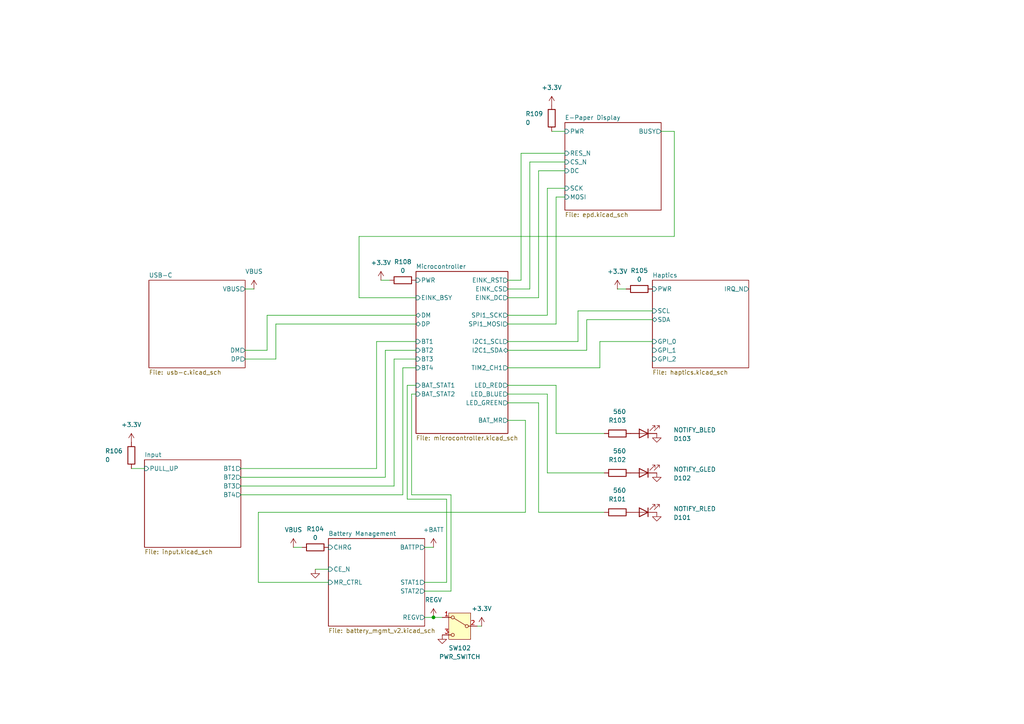
<source format=kicad_sch>
(kicad_sch (version 20231120) (generator "eeschema") (generator_version "8.0")
  (paper "A4")
  (title_block (title "Raven Prototype") (date "2025-02-03") (rev "4") (company "Mosaic Labs") (comment 1 "Lucas Merritt"))
  (lib_symbols
    (symbol "Device:LED" (pin_numbers hide) (pin_names (offset 1.016) hide)
      (property "Reference" "D" (at 0 2.54 0))
      (property "Value" "LED" (at 0 -2.54 0))
      (symbol "LED_0_1"
        (polyline (pts (xy -1.27 -1.27) (xy -1.27 1.27)) (stroke (width 0.254)))
        (polyline (pts (xy -1.27 0) (xy 1.27 0)))
        (polyline (pts (xy 1.27 -1.27) (xy 1.27 1.27) (xy -1.27 0) (xy 1.27 -1.27)) (stroke (width 0.254)))
        (polyline (pts (xy -3.048 -0.762) (xy -4.572 -2.286) (xy -3.81 -2.286) (xy -4.572 -2.286) (xy -4.572 -1.524)))
        (polyline (pts (xy -1.778 -0.762) (xy -3.302 -2.286) (xy -2.54 -2.286) (xy -3.302 -2.286) (xy -3.302 -1.524)))
      )
      (symbol "LED_1_1"
        (pin passive line (at -3.81 0 0) (length 2.54) (name "K") (number "1"))
        (pin passive line (at 3.81 0 180) (length 2.54) (name "A") (number "2"))
      )
    )
    (symbol "Device:R" (pin_numbers hide) (pin_names (offset 0))
      (property "Reference" "R" (at 2.032 0 90))
      (property "Value" "R" (at 0 0 90))
      (symbol "R_0_1"
        (rectangle (start -1.016 -2.54) (end 1.016 2.54) (stroke (width 0.254)))
      )
      (symbol "R_1_1"
        (pin passive line (at 0 3.81 270) (length 1.27) (name "~") (number "1"))
        (pin passive line (at 0 -3.81 90) (length 1.27) (name "~") (number "2"))
      )
    )
    (symbol "Raven:REGV" (power) (pin_numbers hide) (pin_names (offset 0) hide)
      (property "Value" "REGV" (at 0 3.556 0))
      (symbol "REGV_0_0"
        (pin power_in line (at 0 0 90) (length 0) (name "~") (number "1"))
      )
      (symbol "REGV_0_1"
        (polyline (pts (xy -0.762 1.27) (xy 0 2.54)))
        (polyline (pts (xy 0 0) (xy 0 2.54)))
        (polyline (pts (xy 0 2.54) (xy 0.762 1.27)))
      )
    )
    (symbol "Switch:SW_SPDT" (pin_names (offset 0) hide)
      (property "Reference" "SW" (at 0 5.08 0))
      (property "Value" "SW_SPDT" (at 0 -5.08 0))
      (symbol "SW_SPDT_0_1"
        (circle (center -2.032 0) (radius 0.4572))
        (polyline (pts (xy -1.651 0.254) (xy 1.651 2.286)))
        (circle (center 2.032 -2.54) (radius 0.4572))
        (circle (center 2.032 2.54) (radius 0.4572))
      )
      (symbol "SW_SPDT_1_1"
        (rectangle (start -3.175 3.81) (end 3.175 -3.81) (fill (type background)))
        (pin passive line (at 5.08 2.54 180) (length 2.54) (name "A") (number "1"))
        (pin passive line (at -5.08 0 0) (length 2.54) (name "B") (number "2"))
        (pin passive line (at 5.08 -2.54 180) (length 2.54) (name "C") (number "3"))
      )
    )
    (symbol "power:+3.3V" (power) (pin_numbers hide) (pin_names (offset 0) hide)
      (property "Value" "+3.3V" (at 0 3.556 0))
      (symbol "+3.3V_0_1"
        (polyline (pts (xy -0.762 1.27) (xy 0 2.54)))
        (polyline (pts (xy 0 0) (xy 0 2.54)))
        (polyline (pts (xy 0 2.54) (xy 0.762 1.27)))
      )
      (symbol "+3.3V_1_1"
        (pin power_in line (at 0 0 90) (length 0) (name "~") (number "1"))
      )
    )
    (symbol "power:+BATT" (power) (pin_numbers hide) (pin_names (offset 0) hide)
      (property "Value" "+BATT" (at 0 3.556 0))
      (symbol "+BATT_0_1"
        (polyline (pts (xy -0.762 1.27) (xy 0 2.54)))
        (polyline (pts (xy 0 0) (xy 0 2.54)))
        (polyline (pts (xy 0 2.54) (xy 0.762 1.27)))
      )
      (symbol "+BATT_1_1"
        (pin power_in line (at 0 0 90) (length 0) (name "~") (number "1"))
      )
    )
    (symbol "power:GND" (power) (pin_numbers hide) (pin_names (offset 0) hide)
      (property "Value" "GND" (at 0 -3.81 0))
      (symbol "GND_0_1"
        (polyline (pts (xy 0 0) (xy 0 -1.27) (xy 1.27 -1.27) (xy 0 -2.54) (xy -1.27 -1.27) (xy 0 -1.27)))
      )
      (symbol "GND_1_1"
        (pin power_in line (at 0 0 270) (length 0) (name "~") (number "1"))
      )
    )
    (symbol "power:VBUS" (power) (pin_numbers hide) (pin_names (offset 0) hide)
      (property "Value" "VBUS" (at 0 3.556 0))
      (symbol "VBUS_0_1"
        (polyline (pts (xy -0.762 1.27) (xy 0 2.54)))
        (polyline (pts (xy 0 0) (xy 0 2.54)))
        (polyline (pts (xy 0 2.54) (xy 0.762 1.27)))
      )
      (symbol "VBUS_1_1"
        (pin power_in line (at 0 0 90) (length 0) (name "~") (number "1"))
      )
    )
  )
  (junction (at 125.73 179.07))
  (wire (pts (xy 195.58 38.1) (xy 191.77 38.1)))
  (wire (pts (xy 95.25 168.91) (xy 74.93 168.91)))
  (wire (pts (xy 151.13 44.45) (xy 163.83 44.45)))
  (wire (pts (xy 156.21 116.84) (xy 156.21 148.59)))
  (wire (pts (xy 179.07 83.82) (xy 181.61 83.82)))
  (wire (pts (xy 80.01 93.98) (xy 80.01 104.14)))
  (wire (pts (xy 160.02 38.1) (xy 163.83 38.1)))
  (wire (pts (xy 74.93 168.91) (xy 74.93 148.59)))
  (wire (pts (xy 104.14 86.36) (xy 104.14 68.58)))
  (wire (pts (xy 71.12 101.6) (xy 77.47 101.6)))
  (wire (pts (xy 152.4 121.92) (xy 147.32 121.92)))
  (wire (pts (xy 120.65 86.36) (xy 104.14 86.36)))
  (wire (pts (xy 69.85 138.43) (xy 111.76 138.43)))
  (wire (pts (xy 104.14 68.58) (xy 195.58 68.58)))
  (wire (pts (xy 123.19 179.07) (xy 125.73 179.07)))
  (wire (pts (xy 167.64 90.17) (xy 189.23 90.17)))
  (wire (pts (xy 109.22 99.06) (xy 109.22 135.89)))
  (wire (pts (xy 71.12 104.14) (xy 80.01 104.14)))
  (wire (pts (xy 77.47 91.44) (xy 120.65 91.44)))
  (wire (pts (xy 163.83 57.15) (xy 161.29 57.15)))
  (wire (pts (xy 77.47 101.6) (xy 77.47 91.44)))
  (wire (pts (xy 163.83 46.99) (xy 153.67 46.99)))
  (wire (pts (xy 158.75 54.61) (xy 158.75 91.44)))
  (wire (pts (xy 167.64 99.06) (xy 167.64 90.17)))
  (wire (pts (xy 69.85 135.89) (xy 109.22 135.89)))
  (wire (pts (xy 119.38 114.3) (xy 120.65 114.3)))
  (wire (pts (xy 110.49 81.28) (xy 113.03 81.28)))
  (wire (pts (xy 161.29 111.76) (xy 161.29 125.73)))
  (wire (pts (xy 129.54 168.91) (xy 123.19 168.91)))
  (wire (pts (xy 147.32 116.84) (xy 156.21 116.84)))
  (wire (pts (xy 195.58 68.58) (xy 195.58 38.1)))
  (wire (pts (xy 170.18 101.6) (xy 147.32 101.6)))
  (wire (pts (xy 114.3 140.97) (xy 114.3 104.14)))
  (wire (pts (xy 73.66 83.82) (xy 71.12 83.82)))
  (wire (pts (xy 156.21 49.53) (xy 156.21 86.36)))
  (wire (pts (xy 161.29 93.98) (xy 147.32 93.98)))
  (wire (pts (xy 118.11 144.78) (xy 129.54 144.78)))
  (wire (pts (xy 123.19 171.45) (xy 130.81 171.45)))
  (wire (pts (xy 156.21 86.36) (xy 147.32 86.36)))
  (wire (pts (xy 151.13 81.28) (xy 151.13 44.45)))
  (wire (pts (xy 161.29 57.15) (xy 161.29 93.98)))
  (wire (pts (xy 189.23 92.71) (xy 170.18 92.71)))
  (wire (pts (xy 161.29 125.73) (xy 175.26 125.73)))
  (wire (pts (xy 147.32 111.76) (xy 161.29 111.76)))
  (wire (pts (xy 116.84 143.51) (xy 116.84 106.68)))
  (wire (pts (xy 130.81 171.45) (xy 130.81 143.51)))
  (wire (pts (xy 152.4 148.59) (xy 152.4 121.92)))
  (wire (pts (xy 120.65 93.98) (xy 80.01 93.98)))
  (wire (pts (xy 74.93 148.59) (xy 152.4 148.59)))
  (wire (pts (xy 170.18 92.71) (xy 170.18 101.6)))
  (wire (pts (xy 153.67 83.82) (xy 147.32 83.82)))
  (wire (pts (xy 173.99 106.68) (xy 173.99 99.06)))
  (wire (pts (xy 163.83 49.53) (xy 156.21 49.53)))
  (wire (pts (xy 120.65 111.76) (xy 118.11 111.76)))
  (wire (pts (xy 147.32 81.28) (xy 151.13 81.28)))
  (wire (pts (xy 130.81 143.51) (xy 119.38 143.51)))
  (wire (pts (xy 147.32 114.3) (xy 158.75 114.3)))
  (wire (pts (xy 147.32 106.68) (xy 173.99 106.68)))
  (wire (pts (xy 163.83 54.61) (xy 158.75 54.61)))
  (wire (pts (xy 128.27 179.07) (xy 125.73 179.07)))
  (wire (pts (xy 119.38 143.51) (xy 119.38 114.3)))
  (wire (pts (xy 118.11 111.76) (xy 118.11 144.78)))
  (wire (pts (xy 69.85 140.97) (xy 114.3 140.97)))
  (wire (pts (xy 158.75 91.44) (xy 147.32 91.44)))
  (wire (pts (xy 85.09 158.75) (xy 87.63 158.75)))
  (wire (pts (xy 158.75 114.3) (xy 158.75 137.16)))
  (wire (pts (xy 158.75 137.16) (xy 175.26 137.16)))
  (wire (pts (xy 120.65 99.06) (xy 109.22 99.06)))
  (wire (pts (xy 69.85 143.51) (xy 116.84 143.51)))
  (wire (pts (xy 173.99 99.06) (xy 189.23 99.06)))
  (wire (pts (xy 114.3 104.14) (xy 120.65 104.14)))
  (wire (pts (xy 116.84 106.68) (xy 120.65 106.68)))
  (wire (pts (xy 153.67 46.99) (xy 153.67 83.82)))
  (wire (pts (xy 147.32 99.06) (xy 167.64 99.06)))
  (wire (pts (xy 156.21 148.59) (xy 175.26 148.59)))
  (wire (pts (xy 91.44 165.1) (xy 95.25 165.1)))
  (wire (pts (xy 111.76 101.6) (xy 120.65 101.6)))
  (wire (pts (xy 123.19 158.75) (xy 125.73 158.75)))
  (wire (pts (xy 129.54 144.78) (xy 129.54 168.91)))
  (wire (pts (xy 38.1 135.89) (xy 41.91 135.89)))
  (wire (pts (xy 111.76 138.43) (xy 111.76 101.6)))
  (wire (pts (xy 138.43 181.61) (xy 139.7 181.61)))
  (symbol (lib_id "Device:R") (at 179.07 125.73 90) (unit 1)
    (property "Reference" "R103" (at 181.61 121.9201 90) (effects (justify left)))
    (property "Value" "560" (at 181.61 119.3801 90) (effects (justify left)))
    (property "Footprint" "Resistor_SMD:R_0603_1608Metric_Pad0.98x0.95mm_HandSolder" (effects (hide yes)))
    (property "Description" "Resistor" (effects (hide yes)))
    (property "JLC" "XXXXXX" (effects (hide yes)))
    (property "LCSC" "XXXXXX" (effects (hide yes)))
  )
  (symbol (lib_id "power:+BATT") (at 125.73 158.75 0) (unit 1)
    (property "Reference" "#PWR0121" (effects (hide yes)))
    (property "Value" "+BATT" (at 125.73 153.67 0))
    (property "Description" "Power symbol creates a global label with name \"+BATT\"" (effects (hide yes)))
  )
  (symbol (lib_id "power:+3.3V") (at 38.1 128.27 0) (unit 1)
    (property "Reference" "#PWR0115" (effects (hide yes)))
    (property "Value" "+3.3V" (at 38.1 123.19 0))
    (property "Description" "Power symbol creates a global label with name \"+3.3V\"" (effects (hide yes)))
  )
  (symbol (lib_id "Device:R") (at 116.84 81.28 90) (unit 1)
    (property "Reference" "R108" (at 116.84 75.946 90))
    (property "Value" "0" (at 116.84 78.486 90))
    (property "Description" "Resistor" (effects (hide yes)))
  )
  (symbol (lib_id "Device:R") (at 185.42 83.82 90) (unit 1)
    (property "Reference" "R105" (at 185.42 78.486 90))
    (property "Value" "0" (at 185.42 81.026 90))
    (property "Description" "Resistor" (effects (hide yes)))
  )
  (symbol (lib_id "Device:R") (at 160.02 34.29 180) (unit 1)
    (property "Reference" "R109" (at 152.4 33.02 0) (effects (justify right)))
    (property "Value" "0" (at 152.4 35.56 0) (effects (justify right)))
    (property "Description" "Resistor" (effects (hide yes)))
  )
  (symbol (lib_id "Device:LED") (at 186.69 125.73 180) (unit 1)
    (property "Reference" "D103" (at 195.326 127.254 0) (effects (justify right)))
    (property "Value" "NOTIFY_BLED" (at 195.326 124.714 0) (effects (justify right)))
    (property "Footprint" "Diode_SMD:D_0603_1608Metric_Pad1.05x0.95mm_HandSolder" (effects (hide yes)))
    (property "Description" "Light emitting diode" (effects (hide yes)))
    (property "JLC" "XXXXXX" (effects (hide yes)))
    (property "LCSC" "XXXXXX" (effects (hide yes)))
  )
  (symbol (lib_id "power:GND") (at 190.5 148.59 0) (unit 1)
    (property "Reference" "#PWR0101" (effects (hide yes)))
    (property "Value" "GND" (effects (hide yes)))
    (property "Description" "Power symbol creates a global label with name \"GND\" , ground" (effects (hide yes)))
  )
  (symbol (lib_id "power:GND") (at 190.5 137.16 0) (unit 1)
    (property "Reference" "#PWR0103" (effects (hide yes)))
    (property "Value" "GND" (effects (hide yes)))
    (property "Description" "Power symbol creates a global label with name \"GND\" , ground" (effects (hide yes)))
  )
  (symbol (lib_id "Device:R") (at 91.44 158.75 90) (unit 1)
    (property "Reference" "R104" (at 91.44 153.416 90))
    (property "Value" "0" (at 91.44 155.956 90))
    (property "Footprint" "Raven:JS102000SAQN" (effects (hide yes)))
    (property "Description" "Resistor" (effects (hide yes)))
  )
  (symbol (lib_id "Device:R") (at 179.07 137.16 90) (unit 1)
    (property "Reference" "R102" (at 181.61 133.3501 90) (effects (justify left)))
    (property "Value" "560" (at 181.61 130.8101 90) (effects (justify left)))
    (property "Footprint" "Resistor_SMD:R_0603_1608Metric_Pad0.98x0.95mm_HandSolder" (effects (hide yes)))
    (property "Description" "Resistor" (effects (hide yes)))
    (property "JLC" "XXXXXX" (effects (hide yes)))
    (property "LCSC" "XXXXXX" (effects (hide yes)))
  )
  (symbol (lib_id "Device:LED") (at 186.69 137.16 180) (unit 1)
    (property "Reference" "D102" (at 195.326 138.684 0) (effects (justify right)))
    (property "Value" "NOTIFY_GLED" (at 195.326 136.144 0) (effects (justify right)))
    (property "Footprint" "Diode_SMD:D_0603_1608Metric_Pad1.05x0.95mm_HandSolder" (effects (hide yes)))
    (property "Description" "Light emitting diode" (effects (hide yes)))
    (property "JLC" "XXXXXX" (effects (hide yes)))
    (property "LCSC" "XXXXXX" (effects (hide yes)))
  )
  (symbol (lib_id "power:VBUS") (at 85.09 158.75 0) (unit 1)
    (property "Reference" "#PWR0118" (effects (hide yes)))
    (property "Value" "VBUS" (at 85.09 153.67 0))
    (property "Description" "Power symbol creates a global label with name \"VBUS\"" (effects (hide yes)))
  )
  (symbol (lib_id "Switch:SW_SPDT") (at 133.35 181.61 0) (mirror y) (unit 1)
    (property "Reference" "SW102" (at 133.35 187.96 0))
    (property "Value" "PWR_SWITCH" (at 133.35 190.5 0))
    (property "Footprint" "Raven:JS102000SAQN" (effects (hide yes)))
    (property "Description" "Switch, single pole double throw" (effects (hide yes)))
  )
  (symbol (lib_id "Raven:REGV") (at 125.73 179.07 0) (unit 1)
    (property "Reference" "#PWR0122" (effects (hide yes)))
    (property "Value" "REGV" (at 125.73 173.99 0))
    (property "Description" "Power symbol creates a global label with name \"REGV\"(Regulated Voltage)" (effects (hide yes)))
  )
  (symbol (lib_id "power:+3.3V") (at 110.49 81.28 0) (unit 1)
    (property "Reference" "#PWR0102" (effects (hide yes)))
    (property "Value" "+3.3V" (at 110.49 76.2 0))
    (property "Description" "Power symbol creates a global label with name \"+3.3V\"" (effects (hide yes)))
  )
  (symbol (lib_id "power:VBUS") (at 73.66 83.82 0) (unit 1)
    (property "Reference" "#PWR0114" (effects (hide yes)))
    (property "Value" "VBUS" (at 73.66 78.74 0))
    (property "Description" "Power symbol creates a global label with name \"VBUS\"" (effects (hide yes)))
  )
  (symbol (lib_id "power:GND") (at 91.44 165.1 0) (unit 1)
    (property "Reference" "#PWR0105" (effects (hide yes)))
    (property "Value" "GND" (effects (hide yes)))
    (property "Description" "Power symbol creates a global label with name \"GND\" , ground" (effects (hide yes)))
  )
  (symbol (lib_id "power:+3.3V") (at 139.7 181.61 0) (unit 1)
    (property "Reference" "#PWR0123" (effects (hide yes)))
    (property "Value" "+3.3V" (at 139.7 176.53 0))
    (property "Description" "Power symbol creates a global label with name \"+3.3V\"" (effects (hide yes)))
  )
  (symbol (lib_id "power:GND") (at 128.27 184.15 0) (unit 1)
    (property "Reference" "#PWR0106" (effects (hide yes)))
    (property "Value" "GND" (effects (hide yes)))
    (property "Description" "Power symbol creates a global label with name \"GND\" , ground" (effects (hide yes)))
  )
  (symbol (lib_id "Device:R") (at 38.1 132.08 180) (unit 1)
    (property "Reference" "R106" (at 30.48 130.81 0) (effects (justify right)))
    (property "Value" "0" (at 30.48 133.35 0) (effects (justify right)))
    (property "Description" "Resistor" (effects (hide yes)))
  )
  (symbol (lib_id "Device:R") (at 179.07 148.59 90) (unit 1)
    (property "Reference" "R101" (at 181.61 144.7801 90) (effects (justify left)))
    (property "Value" "560" (at 181.61 142.2401 90) (effects (justify left)))
    (property "Footprint" "Resistor_SMD:R_0603_1608Metric_Pad0.98x0.95mm_HandSolder" (effects (hide yes)))
    (property "Description" "Resistor" (effects (hide yes)))
    (property "JLC" "XXXXXX" (effects (hide yes)))
    (property "LCSC" "XXXXXX" (effects (hide yes)))
  )
  (symbol (lib_id "power:+3.3V") (at 160.02 30.48 0) (unit 1)
    (property "Reference" "#PWR0107" (effects (hide yes)))
    (property "Value" "+3.3V" (at 160.02 25.4 0))
    (property "Description" "Power symbol creates a global label with name \"+3.3V\"" (effects (hide yes)))
  )
  (symbol (lib_id "Device:LED") (at 186.69 148.59 180) (unit 1)
    (property "Reference" "D101" (at 195.326 150.114 0) (effects (justify right)))
    (property "Value" "NOTIFY_RLED" (at 195.326 147.574 0) (effects (justify right)))
    (property "Footprint" "Diode_SMD:D_0603_1608Metric_Pad1.05x0.95mm_HandSolder" (effects (hide yes)))
    (property "Description" "Light emitting diode" (effects (hide yes)))
    (property "JLC" "XXXXXX" (effects (hide yes)))
    (property "LCSC" "XXXXXX" (effects (hide yes)))
  )
  (symbol (lib_id "power:+3.3V") (at 179.07 83.82 0) (unit 1)
    (property "Reference" "#PWR0111" (effects (hide yes)))
    (property "Value" "+3.3V" (at 179.07 78.74 0))
    (property "Description" "Power symbol creates a global label with name \"+3.3V\"" (effects (hide yes)))
  )
  (symbol (lib_id "power:GND") (at 190.5 125.73 0) (unit 1)
    (property "Reference" "#PWR0104" (effects (hide yes)))
    (property "Value" "GND" (effects (hide yes)))
    (property "Description" "Power symbol creates a global label with name \"GND\" , ground" (effects (hide yes)))
  )
  (sheet (at 163.83 35.56) (size 27.94 25.4) (stroke (width 0.1524))
    (property "Sheetname" "E-Paper Display" (at 163.83 34.8484 0) (effects (justify left bottom)))
    (property "Sheetfile" "epd.kicad_sch" (at 163.83 61.5446 0) (effects (justify left top)))
    (pin "BUSY" output (at 191.77 38.1 0))
    (pin "PWR" input (at 163.83 38.1 180))
    (pin "DC" input (at 163.83 49.53 180))
    (pin "SCK" input (at 163.83 54.61 180))
    (pin "MOSI" input (at 163.83 57.15 180))
    (pin "RES_N" input (at 163.83 44.45 180))
    (pin "CS_N" input (at 163.83 46.99 180))
  )
  (sheet (at 43.18 81.28) (size 27.94 25.4) (stroke (width 0.1524))
    (property "Sheetname" "USB-C" (at 43.18 80.5684 0) (effects (justify left bottom)))
    (property "Sheetfile" "usb-c.kicad_sch" (at 43.18 107.2646 0) (effects (justify left top)))
    (pin "DM" output (at 71.12 101.6 0))
    (pin "DP" output (at 71.12 104.14 0))
    (pin "VBUS" output (at 71.12 83.82 0))
  )
  (sheet (at 41.91 133.35) (size 27.94 25.4) (stroke (width 0.1524))
    (property "Sheetname" "Input" (at 41.91 132.6384 0) (effects (justify left bottom)))
    (property "Sheetfile" "input.kicad_sch" (at 41.91 159.3346 0) (effects (justify left top)))
    (pin "BT4" output (at 69.85 143.51 0))
    (pin "PULL_UP" input (at 41.91 135.89 180))
    (pin "BT2" output (at 69.85 138.43 0))
    (pin "BT3" output (at 69.85 140.97 0))
    (pin "BT1" output (at 69.85 135.89 0))
  )
  (sheet (at 189.23 81.28) (size 27.94 25.4) (stroke (width 0.1524))
    (property "Sheetname" "Haptics" (at 189.23 80.5684 0) (effects (justify left bottom)))
    (property "Sheetfile" "haptics.kicad_sch" (at 189.23 107.2646 0) (effects (justify left top)))
    (pin "SCL" input (at 189.23 90.17 180))
    (pin "IRQ_N" output (at 217.17 83.82 0))
    (pin "GPI_0" input (at 189.23 99.06 180))
    (pin "GPI_1" input (at 189.23 101.6 180))
    (pin "GPI_2" input (at 189.23 104.14 180))
    (pin "PWR" input (at 189.23 83.82 180))
    (pin "SDA" bidirectional (at 189.23 92.71 180))
  )
  (sheet (at 120.65 78.74) (size 26.67 46.99) (stroke (width 0.1524))
    (property "Sheetname" "Microcontroller" (at 120.65 78.0284 0) (effects (justify left bottom)))
    (property "Sheetfile" "microcontroller.kicad_sch" (at 120.65 126.3146 0) (effects (justify left top)))
    (pin "PWR" input (at 120.65 81.28 180))
    (pin "EINK_RST" output (at 147.32 81.28 0))
    (pin "EINK_DC" output (at 147.32 86.36 0))
    (pin "SPI1_SCK" output (at 147.32 91.44 0))
    (pin "EINK_BSY" input (at 120.65 86.36 180))
    (pin "TIM2_CH1" output (at 147.32 106.68 0))
    (pin "EINK_CS" output (at 147.32 83.82 0))
    (pin "SPI1_MOSI" output (at 147.32 93.98 0))
    (pin "DP" bidirectional (at 120.65 93.98 180))
    (pin "DM" bidirectional (at 120.65 91.44 180))
    (pin "I2C1_SCL" output (at 147.32 99.06 0))
    (pin "I2C1_SDA" bidirectional (at 147.32 101.6 0))
    (pin "BT3" input (at 120.65 104.14 180))
    (pin "BT2" input (at 120.65 101.6 180))
    (pin "BT4" input (at 120.65 106.68 180))
    (pin "BT1" input (at 120.65 99.06 180))
    (pin "LED_RED" output (at 147.32 111.76 0))
    (pin "LED_BLUE" output (at 147.32 114.3 0))
    (pin "LED_GREEN" output (at 147.32 116.84 0))
    (pin "BAT_STAT2" input (at 120.65 114.3 180))
    (pin "BAT_STAT1" input (at 120.65 111.76 180))
    (pin "BAT_MR" output (at 147.32 121.92 0))
  )
  (sheet (at 95.25 156.21) (size 27.94 25.4) (stroke (width 0.1524))
    (property "Sheetname" "Battery Management" (at 95.25 155.4984 0) (effects (justify left bottom)))
    (property "Sheetfile" "battery_mgmt_v2.kicad_sch" (at 95.25 182.1946 0) (effects (justify left top)))
    (pin "CHRG" input (at 95.25 158.75 180))
    (pin "BATTP" output (at 123.19 158.75 0))
    (pin "MR_CTRL" input (at 95.25 168.91 180))
    (pin "STAT2" output (at 123.19 171.45 0))
    (pin "STAT1" output (at 123.19 168.91 0))
    (pin "CE_N" input (at 95.25 165.1 180))
    (pin "REGV" output (at 123.19 179.07 0))
  )
)
</source>
